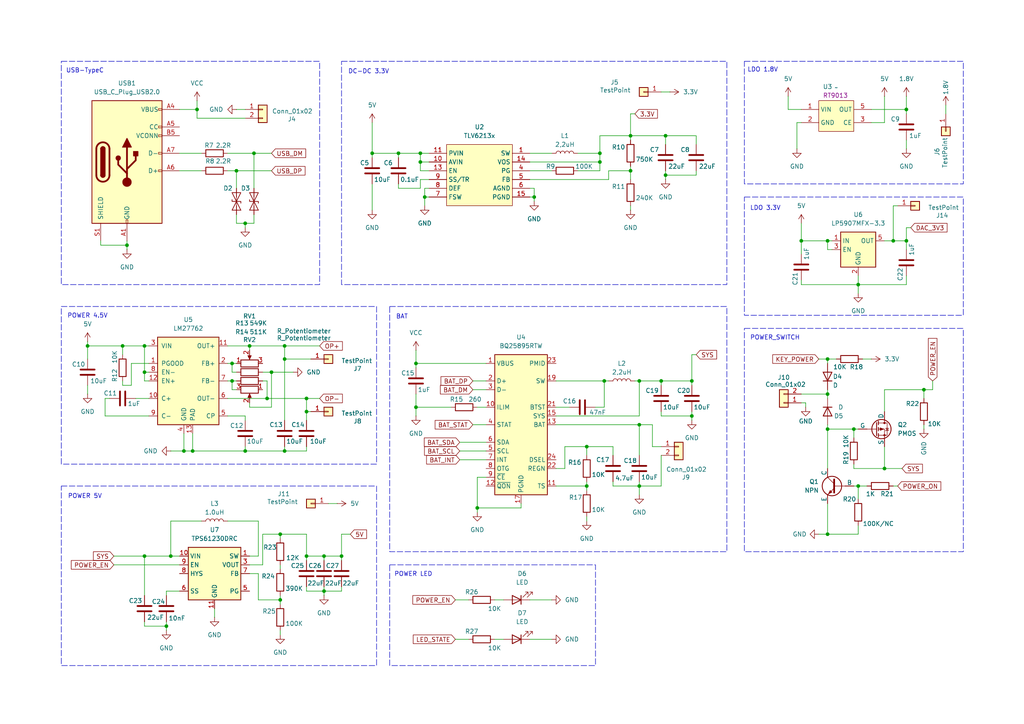
<source format=kicad_sch>
(kicad_sch (version 20250114) (generator "eeschema") (generator_version "9.0")
  (paper "A4")
  (rectangle (start 215.9 17.78) (end 279.4 53.34) (stroke (width 0) (type dash)))
  (rectangle (start 113.03 163.83) (end 172.72 193.04) (stroke (width 0) (type dash)))
  (rectangle (start 215.9 95.25) (end 279.4 160.02) (stroke (width 0) (type dash)))
  (rectangle (start 215.9 57.15) (end 279.4 91.44) (stroke (width 0) (type dash)))
  (rectangle (start 17.78 88.9) (end 109.22 134.62) (stroke (width 0) (type dash)))
  (rectangle (start 113.03 88.9) (end 210.82 160.02) (stroke (width 0) (type dash)))
  (rectangle (start 17.78 140.97) (end 109.22 193.04) (stroke (width 0) (type dash)))
  (rectangle (start 99.06 17.78) (end 210.82 82.55) (stroke (width 0) (type dash)))
  (rectangle (start 17.78 17.78) (end 92.71 82.55) (stroke (width 0) (type dash)))
  (text "POWER LED" (at 119.888 166.624 0) (effects (font (size 1.27 1.27))))
  (text "BAT" (at 116.586 91.948 0) (effects (font (size 1.27 1.27))))
  (text "LDO 3.3V" (at 221.996 60.452 0) (effects (font (size 1.27 1.27))))
  (text "POWER_SWITCH" (at 224.79 98.044 0) (effects (font (size 1.27 1.27))))
  (text "LDO 1.8V" (at 221.234 20.32 0) (effects (font (size 1.27 1.27))))
  (text "DC-DC 3.3V" (at 106.934 20.828 0) (effects (font (size 1.27 1.27))))
  (text "POWER 4.5V" (at 25.4 91.694 0) (effects (font (size 1.27 1.27))))
  (text "USB-TypeC" (at 24.638 20.574 0) (effects (font (size 1.27 1.27))))
  (text "POWER 5V" (at 24.638 144.018 0) (effects (font (size 1.27 1.27))))
  (junction (at 154.94 57.15))
  (junction (at 185.42 123.19))
  (junction (at 247.65 124.46))
  (junction (at 170.18 140.97))
  (junction (at 262.89 31.75))
  (junction (at 248.92 140.97))
  (junction (at 88.9 161.29))
  (junction (at 78.74 107.95))
  (junction (at 71.12 64.77))
  (junction (at 182.88 49.53))
  (junction (at 88.9 115.57))
  (junction (at 173.99 44.45))
  (junction (at 55.88 130.81))
  (junction (at 240.03 104.14))
  (junction (at 115.57 44.45))
  (junction (at 67.31 105.41))
  (junction (at 262.89 69.85))
  (junction (at 81.28 173.99))
  (junction (at 173.99 46.99))
  (junction (at 93.98 161.29))
  (junction (at 259.08 69.85))
  (junction (at 193.04 50.8))
  (junction (at 107.95 44.45))
  (junction (at 68.58 49.53))
  (junction (at 232.41 69.85))
  (junction (at 240.03 114.3))
  (junction (at 175.26 110.49))
  (junction (at 120.65 118.11))
  (junction (at 36.83 71.12))
  (junction (at 93.98 171.45))
  (junction (at 48.26 181.61))
  (junction (at 82.55 130.81))
  (junction (at 121.92 44.45))
  (junction (at 77.47 115.57))
  (junction (at 25.4 100.33))
  (junction (at 99.06 161.29))
  (junction (at 248.92 82.55))
  (junction (at 35.56 100.33))
  (junction (at 82.55 104.14))
  (junction (at 53.34 130.81))
  (junction (at 41.91 100.33))
  (junction (at 185.42 140.97))
  (junction (at 123.19 57.15))
  (junction (at 240.03 154.94))
  (junction (at 49.53 161.29))
  (junction (at 240.03 124.46))
  (junction (at 73.66 44.45))
  (junction (at 41.91 107.95))
  (junction (at 67.31 110.49))
  (junction (at 193.04 39.37))
  (junction (at 200.66 120.65))
  (junction (at 256.54 135.89))
  (junction (at 200.66 110.49))
  (junction (at 81.28 154.94))
  (junction (at 120.65 105.41))
  (junction (at 267.97 113.03))
  (junction (at 41.91 161.29))
  (junction (at 82.55 100.33))
  (junction (at 57.15 31.75))
  (junction (at 72.39 100.33))
  (junction (at 182.88 39.37))
  (junction (at 240.03 69.85))
  (junction (at 88.9 119.38))
  (junction (at 170.18 129.54))
  (junction (at 138.43 147.32))
  (junction (at 191.77 110.49))
  (junction (at 185.42 110.49))
  (junction (at 121.92 46.99))
  (junction (at 71.12 130.81))
  (wire (pts (xy 43.18 100.33) (xy 41.91 100.33)))
  (wire (pts (xy 185.42 123.19) (xy 161.29 123.19)))
  (wire (pts (xy 177.8 139.7) (xy 177.8 140.97)))
  (wire (pts (xy 256.54 129.54) (xy 256.54 135.89)))
  (wire (pts (xy 240.03 69.85) (xy 232.41 69.85)))
  (wire (pts (xy 232.41 114.3) (xy 240.03 114.3)))
  (wire (pts (xy 115.57 44.45) (xy 121.92 44.45)))
  (wire (pts (xy 58.42 151.13) (xy 49.53 151.13)))
  (wire (pts (xy 201.93 49.53) (xy 201.93 50.8)))
  (wire (pts (xy 66.04 110.49) (xy 67.31 110.49)))
  (wire (pts (xy 93.98 161.29) (xy 88.9 161.29)))
  (wire (pts (xy 232.41 35.56) (xy 231.14 35.56)))
  (wire (pts (xy 170.18 129.54) (xy 177.8 129.54)))
  (wire (pts (xy 191.77 140.97) (xy 191.77 132.08)))
  (wire (pts (xy 115.57 44.45) (xy 115.57 45.72)))
  (wire (pts (xy 67.31 107.95) (xy 68.58 107.95)))
  (wire (pts (xy 88.9 119.38) (xy 88.9 121.92)))
  (wire (pts (xy 177.8 129.54) (xy 177.8 132.08)))
  (wire (pts (xy 262.89 69.85) (xy 262.89 72.39)))
  (wire (pts (xy 41.91 100.33) (xy 35.56 100.33)))
  (wire (pts (xy 170.18 129.54) (xy 170.18 132.08)))
  (wire (pts (xy 200.66 119.38) (xy 200.66 120.65)))
  (wire (pts (xy 67.31 113.03) (xy 68.58 113.03)))
  (wire (pts (xy 35.56 100.33) (xy 25.4 100.33)))
  (wire (pts (xy 81.28 154.94) (xy 81.28 156.21)))
  (wire (pts (xy 82.55 130.81) (xy 71.12 130.81)))
  (wire (pts (xy 124.46 49.53) (xy 121.92 49.53)))
  (wire (pts (xy 185.42 120.65) (xy 185.42 110.49)))
  (wire (pts (xy 52.07 171.45) (xy 48.26 171.45)))
  (wire (pts (xy 161.29 110.49) (xy 175.26 110.49)))
  (wire (pts (xy 153.67 49.53) (xy 160.02 49.53)))
  (wire (pts (xy 247.65 135.89) (xy 256.54 135.89)))
  (wire (pts (xy 151.13 146.05) (xy 151.13 147.32)))
  (wire (pts (xy 267.97 123.19) (xy 267.97 124.46)))
  (wire (pts (xy 29.21 71.12) (xy 36.83 71.12)))
  (wire (pts (xy 121.92 44.45) (xy 124.46 44.45)))
  (wire (pts (xy 81.28 182.88) (xy 81.28 184.15)))
  (wire (pts (xy 240.03 72.39) (xy 240.03 69.85)))
  (wire (pts (xy 237.49 154.94) (xy 240.03 154.94)))
  (wire (pts (xy 262.89 66.04) (xy 262.89 69.85)))
  (wire (pts (xy 191.77 26.67) (xy 194.31 26.67)))
  (wire (pts (xy 189.23 123.19) (xy 189.23 129.54)))
  (wire (pts (xy 177.8 140.97) (xy 185.42 140.97)))
  (wire (pts (xy 38.1 111.76) (xy 35.56 111.76)))
  (wire (pts (xy 240.03 114.3) (xy 240.03 113.03)))
  (wire (pts (xy 41.91 161.29) (xy 49.53 161.29)))
  (wire (pts (xy 78.74 118.11) (xy 72.39 118.11)))
  (wire (pts (xy 182.88 33.02) (xy 182.88 39.37)))
  (wire (pts (xy 90.17 119.38) (xy 88.9 119.38)))
  (wire (pts (xy 36.83 71.12) (xy 36.83 72.39)))
  (wire (pts (xy 138.43 147.32) (xy 151.13 147.32)))
  (wire (pts (xy 193.04 50.8) (xy 193.04 49.53)))
  (wire (pts (xy 33.02 163.83) (xy 52.07 163.83)))
  (wire (pts (xy 120.65 118.11) (xy 120.65 120.65)))
  (wire (pts (xy 233.68 118.11) (xy 233.68 116.84)))
  (wire (pts (xy 123.19 57.15) (xy 123.19 59.69)))
  (wire (pts (xy 68.58 64.77) (xy 68.58 62.23)))
  (wire (pts (xy 240.03 146.05) (xy 240.03 154.94)))
  (wire (pts (xy 182.88 33.02) (xy 184.15 33.02)))
  (wire (pts (xy 185.42 110.49) (xy 184.15 110.49)))
  (wire (pts (xy 133.35 128.27) (xy 140.97 128.27)))
  (wire (pts (xy 256.54 113.03) (xy 256.54 119.38)))
  (wire (pts (xy 68.58 49.53) (xy 68.58 54.61)))
  (wire (pts (xy 88.9 130.81) (xy 82.55 130.81)))
  (wire (pts (xy 43.18 110.49) (xy 41.91 110.49)))
  (wire (pts (xy 68.58 49.53) (xy 78.74 49.53)))
  (wire (pts (xy 73.66 44.45) (xy 73.66 54.61)))
  (wire (pts (xy 99.06 161.29) (xy 93.98 161.29)))
  (wire (pts (xy 71.12 130.81) (xy 71.12 129.54)))
  (wire (pts (xy 248.92 154.94) (xy 248.92 152.4)))
  (wire (pts (xy 49.53 151.13) (xy 49.53 161.29)))
  (wire (pts (xy 71.12 34.29) (xy 57.15 34.29)))
  (wire (pts (xy 193.04 39.37) (xy 201.93 39.37)))
  (wire (pts (xy 81.28 172.72) (xy 81.28 173.99)))
  (wire (pts (xy 267.97 113.03) (xy 267.97 115.57)))
  (wire (pts (xy 124.46 52.07) (xy 121.92 52.07)))
  (wire (pts (xy 143.51 173.99) (xy 146.05 173.99)))
  (wire (pts (xy 93.98 171.45) (xy 99.06 171.45)))
  (wire (pts (xy 107.95 44.45) (xy 107.95 45.72)))
  (wire (pts (xy 264.16 66.04) (xy 262.89 66.04)))
  (wire (pts (xy 121.92 52.07) (xy 121.92 54.61)))
  (wire (pts (xy 120.65 105.41) (xy 140.97 105.41)))
  (wire (pts (xy 52.07 49.53) (xy 58.42 49.53)))
  (wire (pts (xy 247.65 124.46) (xy 247.65 127)))
  (wire (pts (xy 200.66 110.49) (xy 191.77 110.49)))
  (wire (pts (xy 76.2 163.83) (xy 76.2 154.94)))
  (wire (pts (xy 66.04 115.57) (xy 77.47 115.57)))
  (wire (pts (xy 67.31 110.49) (xy 68.58 110.49)))
  (wire (pts (xy 201.93 102.87) (xy 200.66 102.87)))
  (wire (pts (xy 123.19 57.15) (xy 124.46 57.15)))
  (wire (pts (xy 74.93 151.13) (xy 66.04 151.13)))
  (wire (pts (xy 30.48 115.57) (xy 31.75 115.57)))
  (wire (pts (xy 57.15 31.75) (xy 57.15 29.21)))
  (wire (pts (xy 101.6 154.94) (xy 99.06 154.94)))
  (wire (pts (xy 240.03 104.14) (xy 240.03 105.41)))
  (wire (pts (xy 232.41 64.77) (xy 232.41 69.85)))
  (wire (pts (xy 240.03 154.94) (xy 248.92 154.94)))
  (wire (pts (xy 240.03 124.46) (xy 247.65 124.46)))
  (wire (pts (xy 138.43 147.32) (xy 138.43 148.59)))
  (wire (pts (xy 88.9 161.29) (xy 88.9 154.94)))
  (wire (pts (xy 247.65 134.62) (xy 247.65 135.89)))
  (wire (pts (xy 247.65 140.97) (xy 248.92 140.97)))
  (wire (pts (xy 41.91 107.95) (xy 43.18 107.95)))
  (wire (pts (xy 140.97 138.43) (xy 138.43 138.43)))
  (wire (pts (xy 35.56 110.49) (xy 35.56 111.76)))
  (wire (pts (xy 71.12 64.77) (xy 71.12 66.04)))
  (wire (pts (xy 43.18 105.41) (xy 38.1 105.41)))
  (wire (pts (xy 233.68 116.84) (xy 232.41 116.84)))
  (wire (pts (xy 231.14 35.56) (xy 231.14 43.18)))
  (wire (pts (xy 173.99 46.99) (xy 173.99 44.45)))
  (wire (pts (xy 25.4 111.76) (xy 25.4 114.3)))
  (wire (pts (xy 259.08 140.97) (xy 260.35 140.97)))
  (wire (pts (xy 189.23 129.54) (xy 191.77 129.54)))
  (wire (pts (xy 248.92 80.01) (xy 248.92 82.55)))
  (wire (pts (xy 262.89 27.94) (xy 262.89 31.75)))
  (wire (pts (xy 182.88 39.37) (xy 173.99 39.37)))
  (wire (pts (xy 72.39 118.11) (xy 72.39 116.84)))
  (wire (pts (xy 66.04 44.45) (xy 73.66 44.45)))
  (wire (pts (xy 82.55 129.54) (xy 82.55 130.81)))
  (wire (pts (xy 66.04 49.53) (xy 68.58 49.53)))
  (wire (pts (xy 170.18 140.97) (xy 170.18 142.24)))
  (wire (pts (xy 99.06 162.56) (xy 99.06 161.29)))
  (wire (pts (xy 232.41 82.55) (xy 248.92 82.55)))
  (wire (pts (xy 262.89 40.64) (xy 262.89 43.18)))
  (wire (pts (xy 120.65 101.6) (xy 120.65 105.41)))
  (wire (pts (xy 82.55 104.14) (xy 82.55 121.92)))
  (wire (pts (xy 78.74 107.95) (xy 85.09 107.95)))
  (wire (pts (xy 240.03 123.19) (xy 240.03 124.46)))
  (wire (pts (xy 55.88 130.81) (xy 71.12 130.81)))
  (wire (pts (xy 185.42 140.97) (xy 185.42 143.51)))
  (wire (pts (xy 88.9 115.57) (xy 88.9 119.38)))
  (wire (pts (xy 153.67 185.42) (xy 160.02 185.42)))
  (wire (pts (xy 241.3 69.85) (xy 240.03 69.85)))
  (wire (pts (xy 200.66 111.76) (xy 200.66 110.49)))
  (wire (pts (xy 172.72 118.11) (xy 175.26 118.11)))
  (wire (pts (xy 154.94 57.15) (xy 154.94 58.42)))
  (wire (pts (xy 170.18 139.7) (xy 170.18 140.97)))
  (wire (pts (xy 82.55 100.33) (xy 92.71 100.33)))
  (wire (pts (xy 121.92 46.99) (xy 121.92 44.45)))
  (wire (pts (xy 73.66 64.77) (xy 71.12 64.77)))
  (wire (pts (xy 191.77 111.76) (xy 191.77 110.49)))
  (wire (pts (xy 182.88 48.26) (xy 182.88 49.53)))
  (wire (pts (xy 48.26 180.34) (xy 48.26 181.61)))
  (wire (pts (xy 53.34 125.73) (xy 53.34 130.81)))
  (wire (pts (xy 154.94 54.61) (xy 154.94 57.15)))
  (wire (pts (xy 48.26 181.61) (xy 48.26 182.88)))
  (wire (pts (xy 67.31 105.41) (xy 68.58 105.41)))
  (wire (pts (xy 124.46 46.99) (xy 121.92 46.99)))
  (wire (pts (xy 78.74 107.95) (xy 78.74 118.11)))
  (wire (pts (xy 41.91 181.61) (xy 41.91 180.34)))
  (wire (pts (xy 107.95 35.56) (xy 107.95 44.45)))
  (wire (pts (xy 132.08 173.99) (xy 135.89 173.99)))
  (wire (pts (xy 74.93 161.29) (xy 74.93 151.13)))
  (wire (pts (xy 232.41 69.85) (xy 232.41 73.66)))
  (wire (pts (xy 133.35 133.35) (xy 140.97 133.35)))
  (wire (pts (xy 52.07 44.45) (xy 58.42 44.45)))
  (wire (pts (xy 39.37 115.57) (xy 43.18 115.57)))
  (wire (pts (xy 67.31 105.41) (xy 67.31 107.95)))
  (wire (pts (xy 57.15 34.29) (xy 57.15 31.75)))
  (wire (pts (xy 120.65 114.3) (xy 120.65 118.11)))
  (wire (pts (xy 62.23 176.53) (xy 62.23 179.07)))
  (wire (pts (xy 138.43 118.11) (xy 140.97 118.11)))
  (wire (pts (xy 35.56 100.33) (xy 35.56 102.87)))
  (wire (pts (xy 237.49 104.14) (xy 240.03 104.14)))
  (wire (pts (xy 191.77 119.38) (xy 191.77 120.65)))
  (wire (pts (xy 25.4 100.33) (xy 25.4 104.14)))
  (wire (pts (xy 182.88 59.69) (xy 182.88 60.96)))
  (wire (pts (xy 132.08 185.42) (xy 135.89 185.42)))
  (wire (pts (xy 88.9 154.94) (xy 81.28 154.94)))
  (wire (pts (xy 240.03 124.46) (xy 240.03 135.89)))
  (wire (pts (xy 48.26 171.45) (xy 48.26 172.72)))
  (wire (pts (xy 72.39 161.29) (xy 74.93 161.29)))
  (wire (pts (xy 121.92 54.61) (xy 115.57 54.61)))
  (wire (pts (xy 262.89 82.55) (xy 262.89 80.01)))
  (wire (pts (xy 260.35 59.69) (xy 259.08 59.69)))
  (wire (pts (xy 36.83 69.85) (xy 36.83 71.12)))
  (wire (pts (xy 95.25 146.05) (xy 97.79 146.05)))
  (wire (pts (xy 67.31 110.49) (xy 67.31 113.03)))
  (wire (pts (xy 33.02 161.29) (xy 41.91 161.29)))
  (wire (pts (xy 175.26 110.49) (xy 176.53 110.49)))
  (wire (pts (xy 41.91 110.49) (xy 41.91 107.95)))
  (wire (pts (xy 71.12 31.75) (xy 68.58 31.75)))
  (wire (pts (xy 248.92 144.78) (xy 248.92 140.97)))
  (wire (pts (xy 55.88 130.81) (xy 53.34 130.81)))
  (wire (pts (xy 133.35 130.81) (xy 140.97 130.81)))
  (wire (pts (xy 163.83 135.89) (xy 163.83 129.54)))
  (wire (pts (xy 99.06 154.94) (xy 99.06 161.29)))
  (wire (pts (xy 123.19 54.61) (xy 123.19 57.15)))
  (wire (pts (xy 185.42 123.19) (xy 185.42 132.08)))
  (wire (pts (xy 77.47 115.57) (xy 88.9 115.57)))
  (wire (pts (xy 49.53 161.29) (xy 52.07 161.29)))
  (wire (pts (xy 72.39 163.83) (xy 76.2 163.83)))
  (wire (pts (xy 252.73 31.75) (xy 262.89 31.75)))
  (wire (pts (xy 153.67 173.99) (xy 160.02 173.99)))
  (wire (pts (xy 82.55 100.33) (xy 82.55 104.14)))
  (wire (pts (xy 137.16 113.03) (xy 140.97 113.03)))
  (wire (pts (xy 88.9 171.45) (xy 93.98 171.45)))
  (wire (pts (xy 270.51 110.49) (xy 270.51 113.03)))
  (wire (pts (xy 43.18 120.65) (xy 30.48 120.65)))
  (wire (pts (xy 182.88 39.37) (xy 193.04 39.37)))
  (wire (pts (xy 247.65 124.46) (xy 248.92 124.46)))
  (wire (pts (xy 170.18 149.86) (xy 170.18 151.13)))
  (wire (pts (xy 48.26 181.61) (xy 41.91 181.61)))
  (wire (pts (xy 189.23 123.19) (xy 185.42 123.19)))
  (wire (pts (xy 99.06 170.18) (xy 99.06 171.45)))
  (wire (pts (xy 88.9 161.29) (xy 88.9 162.56)))
  (wire (pts (xy 120.65 118.11) (xy 130.81 118.11)))
  (wire (pts (xy 232.41 81.28) (xy 232.41 82.55)))
  (wire (pts (xy 201.93 39.37) (xy 201.93 41.91)))
  (wire (pts (xy 256.54 27.94) (xy 256.54 35.56)))
  (wire (pts (xy 115.57 54.61) (xy 115.57 53.34)))
  (wire (pts (xy 74.93 173.99) (xy 81.28 173.99)))
  (wire (pts (xy 66.04 105.41) (xy 67.31 105.41)))
  (wire (pts (xy 201.93 50.8) (xy 193.04 50.8)))
  (wire (pts (xy 38.1 105.41) (xy 38.1 111.76)))
  (wire (pts (xy 49.53 130.81) (xy 53.34 130.81)))
  (wire (pts (xy 182.88 49.53) (xy 182.88 52.07)))
  (wire (pts (xy 93.98 170.18) (xy 93.98 171.45)))
  (wire (pts (xy 71.12 120.65) (xy 66.04 120.65)))
  (wire (pts (xy 163.83 129.54) (xy 170.18 129.54)))
  (wire (pts (xy 248.92 140.97) (xy 251.46 140.97)))
  (wire (pts (xy 107.95 44.45) (xy 115.57 44.45)))
  (wire (pts (xy 72.39 100.33) (xy 82.55 100.33)))
  (wire (pts (xy 120.65 105.41) (xy 120.65 106.68)))
  (wire (pts (xy 138.43 138.43) (xy 138.43 147.32)))
  (wire (pts (xy 81.28 163.83) (xy 81.28 165.1)))
  (wire (pts (xy 161.29 140.97) (xy 170.18 140.97)))
  (wire (pts (xy 232.41 31.75) (xy 228.6 31.75)))
  (wire (pts (xy 88.9 129.54) (xy 88.9 130.81)))
  (wire (pts (xy 256.54 69.85) (xy 259.08 69.85)))
  (wire (pts (xy 76.2 154.94) (xy 81.28 154.94)))
  (wire (pts (xy 200.66 102.87) (xy 200.66 110.49)))
  (wire (pts (xy 73.66 62.23) (xy 73.66 64.77)))
  (wire (pts (xy 176.53 52.07) (xy 176.53 49.53)))
  (wire (pts (xy 121.92 49.53) (xy 121.92 46.99)))
  (wire (pts (xy 228.6 27.94) (xy 228.6 31.75)))
  (wire (pts (xy 250.19 104.14) (xy 252.73 104.14)))
  (wire (pts (xy 66.04 100.33) (xy 72.39 100.33)))
  (wire (pts (xy 137.16 110.49) (xy 140.97 110.49)))
  (wire (pts (xy 143.51 185.42) (xy 146.05 185.42)))
  (wire (pts (xy 182.88 40.64) (xy 182.88 39.37)))
  (wire (pts (xy 175.26 118.11) (xy 175.26 110.49)))
  (wire (pts (xy 74.93 166.37) (xy 74.93 173.99)))
  (wire (pts (xy 72.39 166.37) (xy 74.93 166.37)))
  (wire (pts (xy 93.98 171.45) (xy 93.98 172.72)))
  (wire (pts (xy 29.21 69.85) (xy 29.21 71.12)))
  (wire (pts (xy 256.54 135.89) (xy 261.62 135.89)))
  (wire (pts (xy 163.83 135.89) (xy 161.29 135.89)))
  (wire (pts (xy 185.42 139.7) (xy 185.42 140.97)))
  (wire (pts (xy 154.94 57.15) (xy 153.67 57.15)))
  (wire (pts (xy 176.53 49.53) (xy 182.88 49.53)))
  (wire (pts (xy 274.32 33.02) (xy 274.32 30.48)))
  (wire (pts (xy 71.12 121.92) (xy 71.12 120.65)))
  (wire (pts (xy 241.3 72.39) (xy 240.03 72.39)))
  (wire (pts (xy 30.48 120.65) (xy 30.48 115.57)))
  (wire (pts (xy 173.99 49.53) (xy 173.99 46.99)))
  (wire (pts (xy 41.91 100.33) (xy 41.91 107.95)))
  (wire (pts (xy 93.98 161.29) (xy 93.98 162.56)))
  (wire (pts (xy 200.66 120.65) (xy 200.66 121.92)))
  (wire (pts (xy 25.4 99.06) (xy 25.4 100.33)))
  (wire (pts (xy 167.64 44.45) (xy 173.99 44.45)))
  (wire (pts (xy 71.12 64.77) (xy 68.58 64.77)))
  (wire (pts (xy 259.08 59.69) (xy 259.08 69.85)))
  (wire (pts (xy 137.16 123.19) (xy 140.97 123.19)))
  (wire (pts (xy 191.77 110.49) (xy 185.42 110.49)))
  (wire (pts (xy 161.29 120.65) (xy 185.42 120.65)))
  (wire (pts (xy 173.99 39.37) (xy 173.99 44.45)))
  (wire (pts (xy 73.66 44.45) (xy 78.74 44.45)))
  (wire (pts (xy 81.28 173.99) (xy 81.28 175.26)))
  (wire (pts (xy 248.92 82.55) (xy 262.89 82.55)))
  (wire (pts (xy 88.9 170.18) (xy 88.9 171.45)))
  (wire (pts (xy 107.95 53.34) (xy 107.95 60.96)))
  (wire (pts (xy 153.67 44.45) (xy 160.02 44.45)))
  (wire (pts (xy 161.29 118.11) (xy 165.1 118.11)))
  (wire (pts (xy 41.91 172.72) (xy 41.91 161.29)))
  (wire (pts (xy 77.47 110.49) (xy 77.47 115.57)))
  (wire (pts (xy 193.04 39.37) (xy 193.04 41.91)))
  (wire (pts (xy 153.67 54.61) (xy 154.94 54.61)))
  (wire (pts (xy 185.42 140.97) (xy 191.77 140.97)))
  (wire (pts (xy 193.04 50.8) (xy 193.04 52.07)))
  (wire (pts (xy 72.39 100.33) (xy 72.39 101.6)))
  (wire (pts (xy 240.03 114.3) (xy 240.03 115.57)))
  (wire (pts (xy 262.89 31.75) (xy 262.89 33.02)))
  (wire (pts (xy 153.67 46.99) (xy 173.99 46.99)))
  (wire (pts (xy 252.73 35.56) (xy 256.54 35.56)))
  (wire (pts (xy 270.51 113.03) (xy 267.97 113.03)))
  (wire (pts (xy 55.88 125.73) (xy 55.88 130.81)))
  (wire (pts (xy 124.46 54.61) (xy 123.19 54.61)))
  (wire (pts (xy 200.66 120.65) (xy 191.77 120.65)))
  (wire (pts (xy 267.97 113.03) (xy 256.54 113.03)))
  (wire (pts (xy 240.03 104.14) (xy 242.57 104.14)))
  (wire (pts (xy 76.2 110.49) (xy 77.47 110.49)))
  (wire (pts (xy 82.55 104.14) (xy 90.17 104.14)))
  (wire (pts (xy 153.67 52.07) (xy 176.53 52.07)))
  (wire (pts (xy 78.74 107.95) (xy 76.2 107.95)))
  (wire (pts (xy 248.92 82.55) (xy 248.92 85.09)))
  (wire (pts (xy 52.07 31.75) (xy 57.15 31.75)))
  (wire (pts (xy 88.9 115.57) (xy 92.71 115.57)))
  (wire (pts (xy 259.08 69.85) (xy 262.89 69.85)))
  (wire (pts (xy 167.64 49.53) (xy 173.99 49.53)))
  (global_label "BAT_SCL" (shape input) (at 133.35 130.81 180) (property "Intersheetrefs" "${INTERSHEET_REFS}" (effects (hide yes))))
  (global_label "SYS" (shape input) (at 201.93 102.87 0) (property "Intersheetrefs" "${INTERSHEET_REFS}" (effects (hide yes))))
  (global_label "BAT_DM" (shape input) (at 137.16 113.03 180) (property "Intersheetrefs" "${INTERSHEET_REFS}" (effects (hide yes))))
  (global_label "BAT_INT" (shape input) (at 133.35 133.35 180) (property "Intersheetrefs" "${INTERSHEET_REFS}" (effects (hide yes))))
  (global_label "3.3V" (shape input) (at 184.15 33.02 0) (property "Intersheetrefs" "${INTERSHEET_REFS}" (effects (hide yes))))
  (global_label "LED_STATE" (shape input) (at 132.08 185.42 180) (property "Intersheetrefs" "${INTERSHEET_REFS}" (effects (hide yes))))
  (global_label "OP-" (shape input) (at 92.71 115.57 0) (property "Intersheetrefs" "${INTERSHEET_REFS}" (effects (hide yes))))
  (global_label "KEY_POWER" (shape input) (at 237.49 104.14 180) (property "Intersheetrefs" "${INTERSHEET_REFS}" (effects (hide yes))))
  (global_label "BAT_SDA" (shape input) (at 133.35 128.27 180) (property "Intersheetrefs" "${INTERSHEET_REFS}" (effects (hide yes))))
  (global_label "USB_DP" (shape input) (at 78.74 49.53 0) (property "Intersheetrefs" "${INTERSHEET_REFS}" (effects (hide yes))))
  (global_label "POWER_EN" (shape input) (at 270.51 110.49 90) (property "Intersheetrefs" "${INTERSHEET_REFS}" (effects (hide yes))))
  (global_label "BAT_STAT" (shape input) (at 137.16 123.19 180) (property "Intersheetrefs" "${INTERSHEET_REFS}" (effects (hide yes))))
  (global_label "OP+" (shape input) (at 92.71 100.33 0) (property "Intersheetrefs" "${INTERSHEET_REFS}" (effects (hide yes))))
  (global_label "5V" (shape input) (at 101.6 154.94 0) (property "Intersheetrefs" "${INTERSHEET_REFS}" (effects (hide yes))))
  (global_label "SYS" (shape input) (at 261.62 135.89 0) (property "Intersheetrefs" "${INTERSHEET_REFS}" (effects (hide yes))))
  (global_label "POWER_EN" (shape input) (at 33.02 163.83 180) (property "Intersheetrefs" "${INTERSHEET_REFS}" (effects (hide yes))))
  (global_label "BAT_DP" (shape input) (at 137.16 110.49 180) (property "Intersheetrefs" "${INTERSHEET_REFS}" (effects (hide yes))))
  (global_label "POWER_EN" (shape input) (at 132.08 173.99 180) (property "Intersheetrefs" "${INTERSHEET_REFS}" (effects (hide yes))))
  (global_label "SYS" (shape input) (at 33.02 161.29 180) (property "Intersheetrefs" "${INTERSHEET_REFS}" (effects (hide yes))))
  (global_label "POWER_ON" (shape input) (at 260.35 140.97 0) (property "Intersheetrefs" "${INTERSHEET_REFS}" (effects (hide yes))))
  (global_label "USB_DM" (shape input) (at 78.74 44.45 0) (property "Intersheetrefs" "${INTERSHEET_REFS}" (effects (hide yes))))
  (global_label "DAC_3V3" (shape input) (at 264.16 66.04 0) (property "Intersheetrefs" "${INTERSHEET_REFS}" (effects (hide yes))))
  (symbol (lib_id "Device:R") (at 62.23 49.53 270) (unit 1)
    (property "Reference" "R8" (at 62.23 46.736 90) (effects (justify right)))
    (property "Value" "2.2R" (at 67.056 46.736 90) (effects (justify right)))
    (property "Footprint" "Capacitor_SMD:C_0402_1005Metric_Pad0.74x0.62mm_HandSolder" (effects (hide yes)))
    (property "Description" "Resistor" (effects (hide yes)))
  )
  (symbol (lib_id "power:VCC") (at 228.6 27.94 0) (unit 1)
    (property "Reference" "#PWR037" (effects (hide yes)))
    (property "Value" "5V" (at 228.6 22.86 0))
    (property "Description" "Power symbol creates a global label with name \"VCC\"" (effects (hide yes)))
  )
  (symbol (lib_id "power:GND") (at 182.88 60.96 0) (unit 1)
    (property "Reference" "#PWR032" (effects (hide yes)))
    (property "Value" "GND" (at 182.88 66.04 0))
    (property "Description" "Power symbol creates a global label with name \"GND\" , ground" (effects (hide yes)))
  )
  (symbol (lib_id "Device:R") (at 255.27 140.97 270) (unit 1)
    (property "Reference" "R21" (at 257.302 143.256 90))
    (property "Value" "1K" (at 252.476 143.256 90))
    (property "Footprint" "Resistor_SMD:R_0402_1005Metric_Pad0.72x0.64mm_HandSolder" (effects (hide yes)))
    (property "Description" "Resistor" (effects (hide yes)))
  )
  (symbol (lib_id "Device:C") (at 262.89 36.83 0) (unit 1)
    (property "Reference" "C9" (at 258.318 34.544 0) (effects (justify left)))
    (property "Value" "1uF" (at 263.652 39.37 0) (effects (justify left)))
    (property "Footprint" "Capacitor_SMD:C_0402_1005Metric_Pad0.74x0.62mm_HandSolder" (effects (hide yes)))
    (property "Description" "Unpolarized capacitor" (effects (hide yes)))
  )
  (symbol (lib_id "Diode:ESD9B5.0ST5G") (at 73.66 58.42 90) (unit 1)
    (property "Reference" "D3" (at 69.85 54.61 90) (effects (justify right)))
    (property "Value" "ESD9B5.0ST5G" (effects (hide yes)))
    (property "Footprint" "Diode_SMD:D_SOD-523" (effects (hide yes)))
    (property "Datasheet" "https://www.onsemi.com/pub/Collateral/ESD9B-D.PDF" (effects (hide yes)))
    (property "Description" "ESD protection diode, 5.0Vrwm, SOD-923" (effects (hide yes)))
  )
  (symbol (lib_id "power:GND") (at 81.28 184.15 0) (unit 1)
    (property "Reference" "#PWR018" (effects (hide yes)))
    (property "Value" "GND" (at 81.28 189.23 0))
    (property "Description" "Power symbol creates a global label with name \"GND\" , ground" (effects (hide yes)))
  )
  (symbol (lib_id "Device:R") (at 62.23 44.45 270) (unit 1)
    (property "Reference" "R7" (at 61.976 42.164 90) (effects (justify right)))
    (property "Value" "2.2R" (at 67.056 42.164 90) (effects (justify right)))
    (property "Footprint" "Capacitor_SMD:C_0402_1005Metric_Pad0.74x0.62mm_HandSolder" (effects (hide yes)))
    (property "Description" "Resistor" (effects (hide yes)))
  )
  (symbol (lib_id "Device:R") (at 72.39 110.49 270) (unit 1)
    (property "Reference" "R14" (at 72.136 96.266 90) (effects (justify right)))
    (property "Value" "511K" (at 77.47 96.266 90) (effects (justify right)))
    (property "Footprint" "Capacitor_SMD:C_0402_1005Metric_Pad0.74x0.62mm_HandSolder" (effects (hide yes)))
    (property "Description" "Resistor" (effects (hide yes)))
  )
  (symbol (lib_id "Device:LED") (at 149.86 185.42 180) (unit 1)
    (property "Reference" "D7" (at 151.4475 177.8 0))
    (property "Value" "LED" (at 151.4475 180.34 0))
    (property "Footprint" "Diode_SMD:D_0402_1005Metric_Pad0.77x0.64mm_HandSolder" (effects (hide yes)))
    (property "Description" "Light emitting diode" (effects (hide yes)))
    (property "Sim.Pins" "1=K 2=A" (effects (hide yes)))
  )
  (symbol (lib_id "power:GND") (at 93.98 172.72 0) (unit 1)
    (property "Reference" "#PWR020" (effects (hide yes)))
    (property "Value" "GND" (at 93.98 177.8 0))
    (property "Description" "Power symbol creates a global label with name \"GND\" , ground" (effects (hide yes)))
  )
  (symbol (lib_id "power:VCC") (at 274.32 30.48 0) (unit 1)
    (property "Reference" "#PWR047" (effects (hide yes)))
    (property "Value" "1.8V" (at 274.32 25.4 90))
    (property "Description" "Power symbol creates a global label with name \"VCC\"" (effects (hide yes)))
  )
  (symbol (lib_id "power:GND") (at 262.89 43.18 0) (unit 1)
    (property "Reference" "#PWR046" (effects (hide yes)))
    (property "Value" "GND" (at 262.89 48.26 0))
    (property "Description" "Power symbol creates a global label with name \"GND\" , ground" (effects (hide yes)))
  )
  (symbol (lib_id "Device:R") (at 81.28 160.02 0) (unit 1)
    (property "Reference" "R23" (at 80.264 158.75 0) (effects (justify right)))
    (property "Value" "12K" (at 86.868 161.798 0) (effects (justify right)))
    (property "Footprint" "Capacitor_SMD:C_0402_1005Metric_Pad0.74x0.62mm_HandSolder" (effects (hide yes)))
    (property "Description" "Resistor" (effects (hide yes)))
  )
  (symbol (lib_id "Device:C") (at 168.91 118.11 90) (unit 1)
    (property "Reference" "C16" (at 167.132 116.332 90) (effects (justify left)))
    (property "Value" "47nF" (at 175.768 119.634 90) (effects (justify left)))
    (property "Footprint" "Capacitor_SMD:C_0402_1005Metric_Pad0.74x0.62mm_HandSolder" (effects (hide yes)))
    (property "Description" "Unpolarized capacitor" (effects (hide yes)))
  )
  (symbol (lib_id "Device:R") (at 134.62 118.11 270) (unit 1)
    (property "Reference" "R15" (at 134.366 115.824 90) (effects (justify right)))
    (property "Value" "260" (at 139.7 115.824 90) (effects (justify right)))
    (property "Footprint" "Capacitor_SMD:C_0402_1005Metric_Pad0.74x0.62mm_HandSolder" (effects (hide yes)))
    (property "Description" "Resistor" (effects (hide yes)))
  )
  (symbol (lib_id "power:VCC") (at 232.41 64.77 0) (unit 1)
    (property "Reference" "#PWR039" (effects (hide yes)))
    (property "Value" "5V" (at 232.41 59.69 0))
    (property "Description" "Power symbol creates a global label with name \"VCC\"" (effects (hide yes)))
  )
  (symbol (lib_id "Device:C") (at 88.9 166.37 0) (unit 1)
    (property "Reference" "C25" (at 84.328 164.084 0) (effects (justify left)))
    (property "Value" "22uF" (at 89.154 169.164 0) (effects (justify left)))
    (property "Footprint" "Capacitor_SMD:C_0603_1608Metric_Pad1.08x0.95mm_HandSolder" (effects (hide yes)))
    (property "Description" "Unpolarized capacitor" (effects (hide yes)))
  )
  (symbol (lib_id "Connector_Generic:Conn_01x01") (at 95.25 104.14 0) (unit 1)
    (property "Reference" "J7" (at 104.902 106.934 0) (effects (justify right)))
    (property "Value" "TestPoint" (at 107.95 104.648 0) (effects (justify right)))
    (property "Footprint" "TestPoint:TestPoint_Pad_D2.0mm" (effects (hide yes)))
    (property "Description" "Generic connector, single row, 01x01, script generated (kicad-library-utils/schlib/autogen/connector/)" (effects (hide yes)))
  )
  (symbol (lib_id "Device:C") (at 120.65 110.49 0) (unit 1)
    (property "Reference" "C15" (at 116.332 108.204 0) (effects (justify left)))
    (property "Value" "1uF" (at 121.158 113.03 0) (effects (justify left)))
    (property "Footprint" "Capacitor_SMD:C_0402_1005Metric_Pad0.74x0.62mm_HandSolder" (effects (hide yes)))
    (property "Description" "Unpolarized capacitor" (effects (hide yes)))
  )
  (symbol (lib_id "Device:C") (at 201.93 45.72 0) (unit 1)
    (property "Reference" "C8" (at 197.358 43.434 0) (effects (justify left)))
    (property "Value" "22uF" (at 202.692 48.26 0) (effects (justify left)))
    (property "Footprint" "Capacitor_SMD:C_0603_1608Metric_Pad1.08x0.95mm_HandSolder" (effects (hide yes)))
    (property "Description" "Unpolarized capacitor" (effects (hide yes)))
  )
  (symbol (lib_id "power:GND") (at 160.02 185.42 90) (unit 1)
    (property "Reference" "#PWR030" (effects (hide yes)))
    (property "Value" "GND" (at 163.83 185.4199 90) (effects (justify right)))
    (property "Description" "Power symbol creates a global label with name \"GND\" , ground" (effects (hide yes)))
  )
  (symbol (lib_id "power:GND") (at 71.12 66.04 0) (unit 1)
    (property "Reference" "#PWR017" (effects (hide yes)))
    (property "Value" "GND" (at 71.12 71.12 0))
    (property "Description" "Power symbol creates a global label with name \"GND\" , ground" (effects (hide yes)))
  )
  (symbol (lib_id "coloryr:TLV62130x") (at 129.54 41.91 0) (unit 1)
    (property "Reference" "U2" (at 139.065 36.83 0))
    (property "Value" "TLV6213x" (at 139.065 39.37 0))
    (property "Footprint" "Package_DFN_QFN:VQFN-16-1EP_3x3mm_P0.5mm_EP1.68x1.68mm_ThermalVias" (effects (hide yes)))
  )
  (symbol (lib_id "power:VCC") (at 97.79 146.05 270) (unit 1)
    (property "Reference" "#PWR021" (effects (hide yes)))
    (property "Value" "5V" (at 101.6 146.0499 90) (effects (justify left)))
    (property "Description" "Power symbol creates a global label with name \"VCC\"" (effects (hide yes)))
  )
  (symbol (lib_id "power:VCC") (at 252.73 104.14 270) (unit 1)
    (property "Reference" "#PWR043" (effects (hide yes)))
    (property "Value" "3.3V" (at 256.54 104.1399 90) (effects (justify left)))
    (property "Description" "Power symbol creates a global label with name \"VCC\"" (effects (hide yes)))
  )
  (symbol (lib_id "power:GND") (at 185.42 143.51 0) (unit 1)
    (property "Reference" "#PWR033" (effects (hide yes)))
    (property "Value" "GND" (at 185.42 148.59 0))
    (property "Description" "Power symbol creates a global label with name \"GND\" , ground" (effects (hide yes)))
  )
  (symbol (lib_id "power:GND") (at 48.26 182.88 0) (unit 1)
    (property "Reference" "#PWR012" (effects (hide yes)))
    (property "Value" "GND" (at 48.26 187.96 0))
    (property "Description" "Power symbol creates a global label with name \"GND\" , ground" (effects (hide yes)))
  )
  (symbol (lib_id "Diode:ESD9B5.0ST5G") (at 68.58 58.42 90) (unit 1)
    (property "Reference" "D2" (at 64.77 54.61 90) (effects (justify right)))
    (property "Value" "ESD9B5.0ST5G" (effects (hide yes)))
    (property "Footprint" "Diode_SMD:D_SOD-523" (effects (hide yes)))
    (property "Datasheet" "https://www.onsemi.com/pub/Collateral/ESD9B-D.PDF" (effects (hide yes)))
    (property "Description" "ESD protection diode, 5.0Vrwm, SOD-923" (effects (hide yes)))
  )
  (symbol (lib_id "Device:R") (at 139.7 185.42 90) (unit 1)
    (property "Reference" "R27" (at 134.874 183.134 90) (effects (justify right)))
    (property "Value" "10K" (at 141.478 187.96 90) (effects (justify right)))
    (property "Footprint" "Capacitor_SMD:C_0402_1005Metric_Pad0.74x0.62mm_HandSolder" (effects (hide yes)))
    (property "Description" "Resistor" (effects (hide yes)))
  )
  (symbol (lib_id "Device:R") (at 246.38 104.14 270) (unit 1)
    (property "Reference" "R18" (at 248.412 106.426 90))
    (property "Value" "10K" (at 243.586 106.426 90))
    (property "Footprint" "Resistor_SMD:R_0402_1005Metric_Pad0.72x0.64mm_HandSolder" (effects (hide yes)))
    (property "Description" "Resistor" (effects (hide yes)))
  )
  (symbol (lib_id "Connector:USB_C_Plug_USB2.0") (at 36.83 46.99 0) (unit 1)
    (property "Reference" "USB1" (at 36.83 24.13 0))
    (property "Value" "USB_C_Plug_USB2.0" (at 36.83 26.67 0))
    (property "Footprint" "Connector_USB:USB_C_Receptacle_GCT_USB4085" (effects (hide yes)))
    (property "Datasheet" "https://www.usb.org/sites/default/files/documents/usb_type-c.zip" (effects (hide yes)))
    (property "Description" "USB 2.0-only Type-C Plug connector" (effects (hide yes)))
  )
  (symbol (lib_id "power:VCC") (at 120.65 101.6 0) (unit 1)
    (property "Reference" "#PWR024" (effects (hide yes)))
    (property "Value" "VCC" (at 120.65 96.52 0))
    (property "Description" "Power symbol creates a global label with name \"VCC\"" (effects (hide yes)))
  )
  (symbol (lib_id "coloryr:RT9013") (at 237.49 29.21 0) (unit 1)
    (property "Reference" "U3" (at 240.03 25.146 0))
    (property "Value" "~" (at 242.57 25.4 0))
    (property "Footprint" "Package_TO_SOT_SMD:SOT-23-5_HandSoldering" (effects (hide yes)))
    (property "Description" "RT9013" (at 242.316 27.686 0))
  )
  (symbol (lib_id "Device:R") (at 170.18 135.89 0) (unit 1)
    (property "Reference" "R16" (at 168.656 134.112 0) (effects (justify right)))
    (property "Value" "10K" (at 175.514 137.668 0) (effects (justify right)))
    (property "Footprint" "Capacitor_SMD:C_0402_1005Metric_Pad0.74x0.62mm_HandSolder" (effects (hide yes)))
    (property "Description" "Resistor" (effects (hide yes)))
  )
  (symbol (lib_id "Device:C") (at 41.91 176.53 0) (unit 1)
    (property "Reference" "C23" (at 37.338 174.244 0) (effects (justify left)))
    (property "Value" "22uF" (at 42.672 179.07 0) (effects (justify left)))
    (property "Footprint" "Capacitor_SMD:C_0402_1005Metric_Pad0.74x0.62mm_HandSolder" (effects (hide yes)))
    (property "Description" "Unpolarized capacitor" (effects (hide yes)))
  )
  (symbol (lib_id "Device:C") (at 93.98 166.37 0) (unit 1)
    (property "Reference" "C26" (at 89.408 164.084 0) (effects (justify left)))
    (property "Value" "22uF" (at 94.234 169.164 0) (effects (justify left)))
    (property "Footprint" "Capacitor_SMD:C_0603_1608Metric_Pad1.08x0.95mm_HandSolder" (effects (hide yes)))
    (property "Description" "Unpolarized capacitor" (effects (hide yes)))
  )
  (symbol (lib_id "power:GND") (at 123.19 59.69 0) (unit 1)
    (property "Reference" "#PWR026" (effects (hide yes)))
    (property "Value" "GND" (at 123.19 64.77 0))
    (property "Description" "Power symbol creates a global label with name \"GND\" , ground" (effects (hide yes)))
  )
  (symbol (lib_id "Device:R") (at 81.28 168.91 0) (unit 1)
    (property "Reference" "R24" (at 79.756 167.132 0) (effects (justify right)))
    (property "Value" "390K" (at 87.884 170.688 0) (effects (justify right)))
    (property "Footprint" "Capacitor_SMD:C_0402_1005Metric_Pad0.74x0.62mm_HandSolder" (effects (hide yes)))
    (property "Description" "Resistor" (effects (hide yes)))
  )
  (symbol (lib_id "Device:C") (at 48.26 176.53 180) (unit 1)
    (property "Reference" "C24" (at 45.974 174.498 0))
    (property "Value" "10nF" (at 51.308 179.324 0))
    (property "Footprint" "Capacitor_SMD:C_0402_1005Metric_Pad0.74x0.62mm_HandSolder" (effects (hide yes)))
    (property "Description" "Unpolarized capacitor" (effects (hide yes)))
  )
  (symbol (lib_id "Device:R") (at 163.83 49.53 270) (unit 1)
    (property "Reference" "R9" (at 161.036 48.26 90) (effects (justify right)))
    (property "Value" "100K" (at 171.958 48.26 90) (effects (justify right)))
    (property "Footprint" "Capacitor_SMD:C_0402_1005Metric_Pad0.74x0.62mm_HandSolder" (effects (hide yes)))
    (property "Description" "Resistor" (effects (hide yes)))
  )
  (symbol (lib_id "Device:L") (at 180.34 110.49 90) (unit 1)
    (property "Reference" "L2" (at 180.34 105.41 90))
    (property "Value" "2,2uH" (at 180.34 107.95 90))
    (property "Footprint" "Inductor_SMD:L_1008_2520Metric_Pad1.43x2.20mm_HandSolder" (effects (hide yes)))
    (property "Description" "Inductor" (effects (hide yes)))
  )
  (symbol (lib_id "power:VCC") (at 57.15 29.21 0) (unit 1)
    (property "Reference" "#PWR014" (effects (hide yes)))
    (property "Value" "VCC" (at 57.15 24.13 0))
    (property "Description" "Power symbol creates a global label with name \"VCC\"" (effects (hide yes)))
  )
  (symbol (lib_id "Regulator_Switching:TPS61230DRC") (at 62.23 166.37 0) (unit 1)
    (property "Reference" "U7" (at 62.23 153.67 0))
    (property "Value" "TPS61230DRC" (at 62.23 156.21 0))
    (property "Footprint" "Package_SON:Texas_S-PVSON-N10_ThermalVias" (effects (hide yes)))
    (property "Datasheet" "http://www.ti.com/lit/ds/symlink/tps61232.pdf" (effects (hide yes)))
    (property "Description" "High Efficiency Synchronous Step Up Converters with 5-A Switches, 2.3-5.5V Input Voltage, VSON-10" (effects (hide yes)))
  )
  (symbol (lib_id "power:GND") (at 107.95 60.96 0) (unit 1)
    (property "Reference" "#PWR023" (effects (hide yes)))
    (property "Value" "GND" (at 107.95 66.04 0))
    (property "Description" "Power symbol creates a global label with name \"GND\" , ground" (effects (hide yes)))
  )
  (symbol (lib_id "Regulator_Linear:LP5907MFX-3.3") (at 248.92 72.39 0) (unit 1)
    (property "Reference" "U6" (at 248.92 62.23 0))
    (property "Value" "LP5907MFX-3.3" (at 248.92 64.77 0))
    (property "Footprint" "Package_TO_SOT_SMD:SOT-23-5" (effects (hide yes)))
    (property "Datasheet" "http://www.ti.com/lit/ds/symlink/lp5907.pdf" (effects (hide yes)))
    (property "Description" "250-mA Ultra-Low-Noise Low-IQ LDO, 3.3V, SOT-23" (effects (hide yes)))
  )
  (symbol (lib_id "power:GND") (at 49.53 130.81 270) (unit 1)
    (property "Reference" "#PWR013" (effects (hide yes)))
    (property "Value" "GND" (at 45.72 130.8099 90) (effects (justify right)))
    (property "Description" "Power symbol creates a global label with name \"GND\" , ground" (effects (hide yes)))
  )
  (symbol (lib_id "power:VCC") (at 25.4 99.06 0) (unit 1)
    (property "Reference" "#PWR09" (effects (hide yes)))
    (property "Value" "5V" (at 25.4 93.98 0))
    (property "Description" "Power symbol creates a global label with name \"VCC\"" (effects (hide yes)))
  )
  (symbol (lib_id "Battery_Management:BQ25895RTW") (at 151.13 123.19 0) (unit 1)
    (property "Reference" "U4" (at 151.13 97.79 0))
    (property "Value" "BQ25895RTW" (at 151.13 100.33 0))
    (property "Footprint" "Package_DFN_QFN:Texas_RTW_WQFN-24-1EP_4x4mm_P0.5mm_EP2.7x2.7mm_ThermalVias" (effects (hide yes)))
    (property "Datasheet" "http://www.ti.com/lit/ds/symlink/bq25895.pdf" (effects (hide yes)))
    (property "Description" "Controlled Single Cell 5A Fast Charger with MaxCharge, WQFN-24" (effects (hide yes)))
  )
  (symbol (lib_id "Device:C") (at 185.42 135.89 0) (unit 1)
    (property "Reference" "C18" (at 180.848 133.604 0) (effects (justify left)))
    (property "Value" "10uF" (at 185.928 138.43 0) (effects (justify left)))
    (property "Footprint" "Capacitor_SMD:C_0402_1005Metric_Pad0.74x0.62mm_HandSolder" (effects (hide yes)))
    (property "Description" "Unpolarized capacitor" (effects (hide yes)))
  )
  (symbol (lib_id "Connector_Generic:Conn_01x01") (at 90.17 146.05 180) (unit 1)
    (property "Reference" "J11" (at 80.518 143.256 0) (effects (justify right)))
    (property "Value" "TestPoint" (at 77.47 145.542 0) (effects (justify right)))
    (property "Footprint" "TestPoint:TestPoint_Pad_D2.0mm" (effects (hide yes)))
    (property "Description" "Generic connector, single row, 01x01, script generated (kicad-library-utils/schlib/autogen/connector/)" (effects (hide yes)))
  )
  (symbol (lib_id "power:GND") (at 62.23 179.07 0) (unit 1)
    (property "Reference" "#PWR015" (effects (hide yes)))
    (property "Value" "GND" (at 62.23 184.15 0))
    (property "Description" "Power symbol creates a global label with name \"GND\" , ground" (effects (hide yes)))
  )
  (symbol (lib_id "Device:R") (at 139.7 173.99 90) (unit 1)
    (property "Reference" "R26" (at 134.874 171.704 90) (effects (justify right)))
    (property "Value" "10K" (at 141.478 176.53 90) (effects (justify right)))
    (property "Footprint" "Capacitor_SMD:C_0402_1005Metric_Pad0.74x0.62mm_HandSolder" (effects (hide yes)))
    (property "Description" "Resistor" (effects (hide yes)))
  )
  (symbol (lib_id "Device:C") (at 82.55 125.73 180) (unit 1)
    (property "Reference" "C13" (at 82.042 123.19 0) (effects (justify left)))
    (property "Value" "10uF" (at 87.884 128.016 0) (effects (justify left)))
    (property "Footprint" "Capacitor_SMD:C_0402_1005Metric_Pad0.74x0.62mm_HandSolder" (effects (hide yes)))
    (property "Description" "Unpolarized capacitor" (effects (hide yes)))
  )
  (symbol (lib_id "power:GND") (at 233.68 118.11 0) (unit 1)
    (property "Reference" "#PWR040" (effects (hide yes)))
    (property "Value" "GND" (at 231.648 122.174 0) (effects (justify left)))
    (property "Description" "Power symbol creates a global label with name \"GND\" , ground" (effects (hide yes)))
  )
  (symbol (lib_id "power:VCC") (at 262.89 27.94 0) (unit 1)
    (property "Reference" "#PWR045" (effects (hide yes)))
    (property "Value" "1.8V" (at 262.89 22.86 0))
    (property "Description" "Power symbol creates a global label with name \"VCC\"" (effects (hide yes)))
  )
  (symbol (lib_id "Device:C") (at 191.77 115.57 0) (unit 1)
    (property "Reference" "C19" (at 187.198 113.284 0) (effects (justify left)))
    (property "Value" "10uF" (at 192.278 118.11 0) (effects (justify left)))
    (property "Footprint" "Capacitor_SMD:C_0402_1005Metric_Pad0.74x0.62mm_HandSolder" (effects (hide yes)))
    (property "Description" "Unpolarized capacitor" (effects (hide yes)))
  )
  (symbol (lib_id "Regulator_SwitchedCapacitor:LM27762") (at 53.34 105.41 0) (unit 1)
    (property "Reference" "U5" (at 54.61 92.71 0))
    (property "Value" "LM27762" (at 54.61 95.25 0))
    (property "Footprint" "Package_SON:WSON-12-1EP_3x2mm_P0.5mm_EP1x2.65_ThermalVias" (effects (hide yes)))
    (property "Datasheet" "http://www.ti.com/lit/ds/symlink/lm27762.pdf" (effects (hide yes)))
    (property "Description" "Low-noise inverting charge pump with both positive and negative LDO's, with 2.7V-5.5V input to +1.5 to +5V and -1.5 to -5V Output Voltage, WSON-12" (effects (hide yes)))
  )
  (symbol (lib_id "Connector_Generic:Conn_01x02") (at 76.2 31.75 0) (unit 1)
    (property "Reference" "J4" (at 85.852 34.544 0) (effects (justify right)))
    (property "Value" "Conn_01x02" (at 90.678 32.258 0) (effects (justify right)))
    (property "Footprint" "Connector_PinHeader_2.54mm:PinHeader_1x02_P2.54mm_Vertical" (effects (hide yes)))
    (property "Description" "Generic connector, single row, 01x02, script generated (kicad-library-utils/schlib/autogen/connector/)" (effects (hide yes)))
  )
  (symbol (lib_id "Device:R") (at 72.39 107.95 270) (unit 1)
    (property "Reference" "R13" (at 72.136 93.726 90) (effects (justify right)))
    (property "Value" "549K" (at 77.47 93.726 90) (effects (justify right)))
    (property "Footprint" "Capacitor_SMD:C_0402_1005Metric_Pad0.74x0.62mm_HandSolder" (effects (hide yes)))
    (property "Description" "Resistor" (effects (hide yes)))
  )
  (symbol (lib_id "Device:R_Potentiometer") (at 72.39 113.03 270) (unit 1)
    (property "Reference" "RV2" (at 72.39 98.552 90))
    (property "Value" "R_Potentiometer" (at 88.138 98.044 90))
    (property "Footprint" "Potentiometer_THT:Potentiometer_Bourns_3296W_Vertical" (effects (hide yes)))
    (property "Description" "Potentiometer" (effects (hide yes)))
  )
  (symbol (lib_id "Connector_Generic:Conn_01x01") (at 186.69 26.67 180) (unit 1)
    (property "Reference" "J5" (at 177.038 23.876 0) (effects (justify right)))
    (property "Value" "TestPoint" (at 173.99 26.162 0) (effects (justify right)))
    (property "Footprint" "TestPoint:TestPoint_Pad_D2.0mm" (effects (hide yes)))
    (property "Description" "Generic connector, single row, 01x01, script generated (kicad-library-utils/schlib/autogen/connector/)" (effects (hide yes)))
  )
  (symbol (lib_id "power:VCC") (at 107.95 35.56 0) (unit 1)
    (property "Reference" "#PWR022" (effects (hide yes)))
    (property "Value" "5V" (at 107.95 30.48 0))
    (property "Description" "Power symbol creates a global label with name \"VCC\"" (effects (hide yes)))
  )
  (symbol (lib_id "Device:C") (at 71.12 125.73 180) (unit 1)
    (property "Reference" "C12" (at 70.612 123.444 0) (effects (justify left)))
    (property "Value" "10uF" (at 76.454 128.016 0) (effects (justify left)))
    (property "Footprint" "Capacitor_SMD:C_0402_1005Metric_Pad0.74x0.62mm_HandSolder" (effects (hide yes)))
    (property "Description" "Unpolarized capacitor" (effects (hide yes)))
  )
  (symbol (lib_id "Device:R") (at 248.92 148.59 180) (unit 1)
    (property "Reference" "R20" (at 246.38 144.78 0))
    (property "Value" "100K/NC" (at 254.762 151.892 0))
    (property "Footprint" "Resistor_SMD:R_0402_1005Metric_Pad0.72x0.64mm_HandSolder" (effects (hide yes)))
    (property "Description" "Resistor" (effects (hide yes)))
  )
  (symbol (lib_id "power:GND") (at 160.02 173.99 90) (unit 1)
    (property "Reference" "#PWR029" (effects (hide yes)))
    (property "Value" "GND" (at 163.83 173.9899 90) (effects (justify right)))
    (property "Description" "Power symbol creates a global label with name \"GND\" , ground" (effects (hide yes)))
  )
  (symbol (lib_id "Device:C") (at 115.57 49.53 0) (unit 1)
    (property "Reference" "C6" (at 111.252 47.244 0) (effects (justify left)))
    (property "Value" "0.1uF" (at 116.078 52.07 0) (effects (justify left)))
    (property "Footprint" "Capacitor_SMD:C_0402_1005Metric_Pad0.74x0.62mm_HandSolder" (effects (hide yes)))
    (property "Description" "Unpolarized capacitor" (effects (hide yes)))
  )
  (symbol (lib_id "power:VCC") (at 256.54 27.94 0) (unit 1)
    (property "Reference" "#PWR044" (effects (hide yes)))
    (property "Value" "5V" (at 256.54 22.86 0))
    (property "Description" "Power symbol creates a global label with name \"VCC\"" (effects (hide yes)))
  )
  (symbol (lib_id "Device:C") (at 88.9 125.73 180) (unit 1)
    (property "Reference" "C14" (at 88.392 123.19 0) (effects (justify left)))
    (property "Value" "10uF" (at 94.742 128.016 0) (effects (justify left)))
    (property "Footprint" "Capacitor_SMD:C_0402_1005Metric_Pad0.74x0.62mm_HandSolder" (effects (hide yes)))
    (property "Description" "Unpolarized capacitor" (effects (hide yes)))
  )
  (symbol (lib_id "Device:R") (at 35.56 106.68 0) (unit 1)
    (property "Reference" "R12" (at 33.274 106.934 90) (effects (justify right)))
    (property "Value" "10K" (at 33.274 101.6 90) (effects (justify right)))
    (property "Footprint" "Capacitor_SMD:C_0402_1005Metric_Pad0.74x0.62mm_HandSolder" (effects (hide yes)))
    (property "Description" "Resistor" (effects (hide yes)))
  )
  (symbol (lib_id "Connector_Generic:Conn_01x01") (at 274.32 38.1 270) (unit 1)
    (property "Reference" "J6" (at 271.78 45.212 0) (effects (justify right)))
    (property "Value" "TestPoint" (at 274.066 48.768 0) (effects (justify right)))
    (property "Footprint" "TestPoint:TestPoint_Pad_D2.0mm" (effects (hide yes)))
    (property "Description" "Generic connector, single row, 01x01, script generated (kicad-library-utils/schlib/autogen/connector/)" (effects (hide yes)))
  )
  (symbol (lib_id "power:GND") (at 154.94 58.42 0) (unit 1)
    (property "Reference" "#PWR028" (effects (hide yes)))
    (property "Value" "GND" (at 154.94 63.5 0))
    (property "Description" "Power symbol creates a global label with name \"GND\" , ground" (effects (hide yes)))
  )
  (symbol (lib_id "Device:C") (at 177.8 135.89 180) (unit 1)
    (property "Reference" "C17" (at 176.784 133.35 0) (effects (justify left)))
    (property "Value" "4.7uF" (at 183.896 138.684 0) (effects (justify left)))
    (property "Footprint" "Capacitor_SMD:C_0402_1005Metric_Pad0.74x0.62mm_HandSolder" (effects (hide yes)))
    (property "Description" "Unpolarized capacitor" (effects (hide yes)))
  )
  (symbol (lib_id "Device:R") (at 247.65 130.81 180) (unit 1)
    (property "Reference" "R19" (at 245.364 132.842 90))
    (property "Value" "10K" (at 245.364 128.016 90))
    (property "Footprint" "Resistor_SMD:R_0402_1005Metric_Pad0.72x0.64mm_HandSolder" (effects (hide yes)))
    (property "Description" "Resistor" (effects (hide yes)))
  )
  (symbol (lib_id "Device:R") (at 267.97 119.38 0) (unit 1)
    (property "Reference" "R22" (at 264.668 117.094 0))
    (property "Value" "10K" (at 271.018 122.936 0))
    (property "Footprint" "Resistor_SMD:R_0402_1005Metric_Pad0.72x0.64mm_HandSolder" (effects (hide yes)))
    (property "Description" "Resistor" (effects (hide yes)))
  )
  (symbol (lib_id "power:GND") (at 267.97 124.46 0) (unit 1)
    (property "Reference" "#PWR0128" (effects (hide yes)))
    (property "Value" "GND" (at 267.97 132.08 90) (effects (justify left)))
    (property "Description" "Power symbol creates a global label with name \"GND\" , ground" (effects (hide yes)))
  )
  (symbol (lib_id "Simulation_SPICE:NPN") (at 242.57 140.97 0) (mirror y) (unit 1)
    (property "Reference" "Q1" (at 237.49 139.6999 0) (effects (justify left)))
    (property "Value" "NPN" (at 237.49 142.2399 0) (effects (justify left)))
    (property "Footprint" "coloryr:SOT-23" (effects (hide yes)))
    (property "Datasheet" "https://ngspice.sourceforge.io/docs/ngspice-html-manual/manual.xhtml#cha_BJTs" (effects (hide yes)))
    (property "Description" "Bipolar transistor symbol for simulation only, substrate tied to the emitter" (effects (hide yes)))
    (property "Sim.Device" "NPN" (effects (hide yes)))
    (property "Sim.Type" "GUMMELPOON" (effects (hide yes)))
    (property "Sim.Pins" "1=C 2=B 3=E" (effects (hide yes)))
  )
  (symbol (lib_id "power:GND") (at 68.58 31.75 270) (unit 1)
    (property "Reference" "#PWR016" (effects (hide yes)))
    (property "Value" "GND" (at 64.77 31.7501 90) (effects (justify right)))
    (property "Description" "Power symbol creates a global label with name \"GND\" , ground" (effects (hide yes)))
  )
  (symbol (lib_id "Device:L") (at 163.83 44.45 90) (unit 1)
    (property "Reference" "L1" (at 163.83 39.37 90))
    (property "Value" "2,2uH" (at 163.83 41.91 90))
    (property "Footprint" "Inductor_SMD:L_1008_2520Metric_Pad1.43x2.20mm_HandSolder" (effects (hide yes)))
    (property "Description" "Inductor" (effects (hide yes)))
  )
  (symbol (lib_id "Device:C") (at 107.95 49.53 0) (unit 1)
    (property "Reference" "C5" (at 104.394 47.244 0) (effects (justify left)))
    (property "Value" "10uF" (at 108.458 52.07 0) (effects (justify left)))
    (property "Footprint" "Capacitor_SMD:C_0402_1005Metric_Pad0.74x0.62mm_HandSolder" (effects (hide yes)))
    (property "Description" "Unpolarized capacitor" (effects (hide yes)))
  )
  (symbol (lib_id "Device:R_Potentiometer") (at 72.39 105.41 90) (unit 1)
    (property "Reference" "RV1" (at 72.39 91.694 90))
    (property "Value" "R_Potentiometer" (at 88.138 96.012 90))
    (property "Footprint" "Potentiometer_THT:Potentiometer_Bourns_3296W_Vertical" (effects (hide yes)))
    (property "Description" "Potentiometer" (effects (hide yes)))
  )
  (symbol (lib_id "Device:C") (at 35.56 115.57 90) (unit 1)
    (property "Reference" "C11" (at 32.004 114.046 90))
    (property "Value" "1uF" (at 38.862 117.094 90))
    (property "Footprint" "Capacitor_SMD:C_0402_1005Metric_Pad0.74x0.62mm_HandSolder" (effects (hide yes)))
    (property "Description" "Unpolarized capacitor" (effects (hide yes)))
  )
  (symbol (lib_id "power:GND") (at 36.83 72.39 0) (unit 1)
    (property "Reference" "#PWR011" (effects (hide yes)))
    (property "Value" "GND" (at 36.83 77.47 0))
    (property "Description" "Power symbol creates a global label with name \"GND\" , ground" (effects (hide yes)))
  )
  (symbol (lib_id "power:GND") (at 25.4 114.3 0) (unit 1)
    (property "Reference" "#PWR010" (effects (hide yes)))
    (property "Value" "GND" (at 25.4 119.38 0))
    (property "Description" "Power symbol creates a global label with name \"GND\" , ground" (effects (hide yes)))
  )
  (symbol (lib_id "Connector_Generic:Conn_01x02") (at 196.85 129.54 0) (unit 1)
    (property "Reference" "J9" (at 200.152 138.43 0) (effects (justify right)))
    (property "Value" "Conn_01x02" (at 204.978 136.144 0) (effects (justify right)))
    (property "Footprint" "Connector_PinHeader_2.54mm:PinHeader_1x02_P2.54mm_Vertical" (effects (hide yes)))
    (property "Description" "Generic connector, single row, 01x02, script generated (kicad-library-utils/schlib/autogen/connector/)" (effects (hide yes)))
  )
  (symbol (lib_id "power:VCC") (at 194.31 26.67 270) (unit 1)
    (property "Reference" "#PWR035" (effects (hide yes)))
    (property "Value" "3.3V" (at 198.12 26.6699 90) (effects (justify left)))
    (property "Description" "Power symbol creates a global label with name \"VCC\"" (effects (hide yes)))
  )
  (symbol (lib_id "Device:C") (at 99.06 166.37 0) (unit 1)
    (property "Reference" "C27" (at 94.488 164.084 0) (effects (justify left)))
    (property "Value" "22uF" (at 99.314 169.164 0) (effects (justify left)))
    (property "Footprint" "Capacitor_SMD:C_0603_1608Metric_Pad1.08x0.95mm_HandSolder" (effects (hide yes)))
    (property "Description" "Unpolarized capacitor" (effects (hide yes)))
  )
  (symbol (lib_id "power:GND") (at 138.43 148.59 0) (unit 1)
    (property "Reference" "#PWR027" (effects (hide yes)))
    (property "Value" "GND" (at 138.43 153.67 0))
    (property "Description" "Power symbol creates a global label with name \"GND\" , ground" (effects (hide yes)))
  )
  (symbol (lib_id "Device:R") (at 182.88 55.88 0) (unit 1)
    (property "Reference" "R11" (at 181.356 54.102 0) (effects (justify right)))
    (property "Value" "240K" (at 189.484 57.404 0) (effects (justify right)))
    (property "Footprint" "Capacitor_SMD:C_0402_1005Metric_Pad0.74x0.62mm_HandSolder" (effects (hide yes)))
    (property "Description" "Resistor" (effects (hide yes)))
  )
  (symbol (lib_id "power:GND") (at 237.49 154.94 270) (unit 1)
    (property "Reference" "#PWR041" (effects (hide yes)))
    (property "Value" "GND" (at 229.87 154.94 90) (effects (justify left)))
    (property "Description" "Power symbol creates a global label with name \"GND\" , ground" (effects (hide yes)))
  )
  (symbol (lib_id "Device:D") (at 240.03 109.22 90) (unit 1)
    (property "Reference" "D4" (at 241.554 109.22 90) (effects (justify right)))
    (property "Value" "D" (at 241.554 111.76 90) (effects (justify right)))
    (property "Footprint" "Diode_SMD:D_SOD-323_HandSoldering" (effects (hide yes)))
    (property "Description" "Diode" (effects (hide yes)))
    (property "Sim.Device" "D" (effects (hide yes)))
    (property "Sim.Pins" "1=K 2=A" (effects (hide yes)))
  )
  (symbol (lib_id "Device:C") (at 200.66 115.57 0) (unit 1)
    (property "Reference" "C20" (at 196.342 113.284 0) (effects (justify left)))
    (property "Value" "10uF" (at 201.168 118.11 0) (effects (justify left)))
    (property "Footprint" "Capacitor_SMD:C_0402_1005Metric_Pad0.74x0.62mm_HandSolder" (effects (hide yes)))
    (property "Description" "Unpolarized capacitor" (effects (hide yes)))
  )
  (symbol (lib_id "Device:R") (at 81.28 179.07 0) (unit 1)
    (property "Reference" "R25" (at 80.01 177.292 0) (effects (justify right)))
    (property "Value" "100K" (at 87.884 180.848 0) (effects (justify right)))
    (property "Footprint" "Capacitor_SMD:C_0402_1005Metric_Pad0.74x0.62mm_HandSolder" (effects (hide yes)))
    (property "Description" "Resistor" (effects (hide yes)))
  )
  (symbol (lib_id "power:GND") (at 231.14 43.18 0) (unit 1)
    (property "Reference" "#PWR038" (effects (hide yes)))
    (property "Value" "GND" (at 231.14 48.26 0))
    (property "Description" "Power symbol creates a global label with name \"GND\" , ground" (effects (hide yes)))
  )
  (symbol (lib_id "Device:C") (at 262.89 76.2 0) (unit 1)
    (property "Reference" "C22" (at 261.112 81.534 90) (effects (justify left)))
    (property "Value" "1uF" (at 264.414 74.168 90) (effects (justify left)))
    (property "Footprint" "Capacitor_SMD:C_0402_1005Metric_Pad0.74x0.62mm_HandSolder" (effects (hide yes)))
    (property "Description" "Unpolarized capacitor" (effects (hide yes)))
  )
  (symbol (lib_id "Device:R") (at 170.18 146.05 0) (unit 1)
    (property "Reference" "R17" (at 168.91 144.272 0) (effects (justify right)))
    (property "Value" "10K" (at 175.514 147.828 0) (effects (justify right)))
    (property "Footprint" "Capacitor_SMD:C_0402_1005Metric_Pad0.74x0.62mm_HandSolder" (effects (hide yes)))
    (property "Description" "Resistor" (effects (hide yes)))
  )
  (symbol (lib_id "Device:D") (at 240.03 119.38 270) (unit 1)
    (property "Reference" "D5" (at 244.602 120.65 90) (effects (justify right)))
    (property "Value" "D" (at 244.602 118.11 90) (effects (justify right)))
    (property "Footprint" "Diode_SMD:D_SOD-323_HandSoldering" (effects (hide yes)))
    (property "Description" "Diode" (effects (hide yes)))
    (property "Sim.Device" "D" (effects (hide yes)))
    (property "Sim.Pins" "1=K 2=A" (effects (hide yes)))
  )
  (symbol (lib_id "Device:C") (at 25.4 107.95 0) (unit 1)
    (property "Reference" "C10" (at 20.828 105.664 0) (effects (justify left)))
    (property "Value" "10uF" (at 26.162 110.49 0) (effects (justify left)))
    (property "Footprint" "Capacitor_SMD:C_0402_1005Metric_Pad0.74x0.62mm_HandSolder" (effects (hide yes)))
    (property "Description" "Unpolarized capacitor" (effects (hide yes)))
  )
  (symbol (lib_id "Device:C") (at 193.04 45.72 0) (unit 1)
    (property "Reference" "C7" (at 188.468 43.434 0) (effects (justify left)))
    (property "Value" "22uF" (at 193.802 48.26 0) (effects (justify left)))
    (property "Footprint" "Capacitor_SMD:C_0603_1608Metric_Pad1.08x0.95mm_HandSolder" (effects (hide yes)))
    (property "Description" "Unpolarized capacitor" (effects (hide yes)))
  )
  (symbol (lib_id "Device:LED") (at 149.86 173.99 180) (unit 1)
    (property "Reference" "D6" (at 151.4475 166.37 0))
    (property "Value" "LED" (at 151.4475 168.91 0))
    (property "Footprint" "Diode_SMD:D_0402_1005Metric_Pad0.77x0.64mm_HandSolder" (effects (hide yes)))
    (property "Description" "Light emitting diode" (effects (hide yes)))
    (property "Sim.Pins" "1=K 2=A" (effects (hide yes)))
  )
  (symbol (lib_id "Device:C") (at 232.41 77.47 0) (unit 1)
    (property "Reference" "C21" (at 230.632 82.804 90) (effects (justify left)))
    (property "Value" "1uF" (at 233.934 75.438 90) (effects (justify left)))
    (property "Footprint" "Capacitor_SMD:C_0402_1005Metric_Pad0.74x0.62mm_HandSolder" (effects (hide yes)))
    (property "Description" "Unpolarized capacitor" (effects (hide yes)))
  )
  (symbol (lib_id "Connector_Generic:Conn_01x02") (at 227.33 116.84 180) (unit 1)
    (property "Reference" "J10" (at 227.33 109.474 0))
    (property "Value" "Conn_01x02" (at 227.838 111.506 0))
    (property "Footprint" "Connector_PinHeader_2.00mm:PinHeader_1x02_P2.00mm_Vertical" (effects (hide yes)))
    (property "Description" "Generic connector, single row, 01x02, script generated (kicad-library-utils/schlib/autogen/connector/)" (effects (hide yes)))
  )
  (symbol (lib_id "power:GND") (at 248.92 85.09 0) (unit 1)
    (property "Reference" "#PWR042" (effects (hide yes)))
    (property "Value" "GND" (at 248.92 90.17 0))
    (property "Description" "Power symbol creates a global label with name \"GND\" , ground" (effects (hide yes)))
  )
  (symbol (lib_id "Device:R") (at 182.88 44.45 0) (unit 1)
    (property "Reference" "R10" (at 181.356 42.672 0) (effects (justify right)))
    (property "Value" "750K" (at 189.484 46.228 0) (effects (justify right)))
    (property "Footprint" "Capacitor_SMD:C_0402_1005Metric_Pad0.74x0.62mm_HandSolder" (effects (hide yes)))
    (property "Description" "Resistor" (effects (hide yes)))
  )
  (symbol (lib_id "power:GND") (at 85.09 107.95 90) (unit 1)
    (property "Reference" "#PWR019" (effects (hide yes)))
    (property "Value" "GND" (at 88.9 107.9499 90) (effects (justify right)))
    (property "Description" "Power symbol creates a global label with name \"GND\" , ground" (effects (hide yes)))
  )
  (symbol (lib_id "Device:L") (at 62.23 151.13 90) (unit 1)
    (property "Reference" "L3" (at 62.23 146.05 90))
    (property "Value" "1.0uH" (at 62.23 148.59 90))
    (property "Footprint" "Inductor_SMD:L_Changjiang_FXL0530" (effects (hide yes)))
    (property "Description" "Inductor" (effects (hide yes)))
  )
  (symbol (lib_id "Connector_Generic:Conn_01x01") (at 265.43 59.69 0) (unit 1)
    (property "Reference" "J14" (at 275.082 62.484 0) (effects (justify right)))
    (property "Value" "TestPoint" (at 278.13 60.198 0) (effects (justify right)))
    (property "Footprint" "TestPoint:TestPoint_Pad_D2.0mm" (effects (hide yes)))
    (property "Description" "Generic connector, single row, 01x01, script generated (kicad-library-utils/schlib/autogen/connector/)" (effects (hide yes)))
  )
  (symbol (lib_id "power:GND") (at 170.18 151.13 0) (unit 1)
    (property "Reference" "#PWR031" (effects (hide yes)))
    (property "Value" "GND" (at 170.18 156.21 0))
    (property "Description" "Power symbol creates a global label with name \"GND\" , ground" (effects (hide yes)))
  )
  (symbol (lib_id "Connector_Generic:Conn_01x01") (at 95.25 119.38 0) (unit 1)
    (property "Reference" "J8" (at 104.902 122.174 0) (effects (justify right)))
    (property "Value" "TestPoint" (at 107.95 119.888 0) (effects (justify right)))
    (property "Footprint" "TestPoint:TestPoint_Pad_D2.0mm" (effects (hide yes)))
    (property "Description" "Generic connector, single row, 01x01, script generated (kicad-library-utils/schlib/autogen/connector/)" (effects (hide yes)))
  )
  (symbol (lib_id "power:GND") (at 200.66 121.92 0) (unit 1)
    (property "Reference" "#PWR036" (effects (hide yes)))
    (property "Value" "GND" (at 200.66 127 0))
    (property "Description" "Power symbol creates a global label with name \"GND\" , ground" (effects (hide yes)))
  )
  (symbol (lib_id "power:GND") (at 193.04 52.07 0) (unit 1)
    (property "Reference" "#PWR034" (effects (hide yes)))
    (property "Value" "GND" (at 193.04 57.15 0))
    (property "Description" "Power symbol creates a global label with name \"GND\" , ground" (effects (hide yes)))
  )
  (symbol (lib_id "Simulation_SPICE:PMOS") (at 254 124.46 0) (unit 1)
    (property "Reference" "Q2" (at 260.35 123.1899 0) (effects (justify left)))
    (property "Value" "PMOS" (at 260.35 125.7299 0) (effects (justify left)))
    (property "Footprint" "coloryr:SOT-23" (effects (hide yes)))
    (property "Datasheet" "https://ngspice.sourceforge.io/docs/ngspice-html-manual/manual.xhtml#cha_MOSFETs" (effects (hide yes)))
    (property "Description" "P-MOSFET transistor, drain/source/gate" (effects (hide yes)))
    (property "Sim.Device" "PMOS" (effects (hide yes)))
    (property "Sim.Type" "VDMOS" (effects (hide yes)))
    (property "Sim.Pins" "1=D 2=G 3=S" (effects (hide yes)))
  )
  (symbol (lib_id "power:GND") (at 120.65 120.65 0) (unit 1)
    (property "Reference" "#PWR025" (effects (hide yes)))
    (property "Value" "GND" (at 120.65 125.73 0))
    (property "Description" "Power symbol creates a global label with name \"GND\" , ground" (effects (hide yes)))
  )
)
</source>
